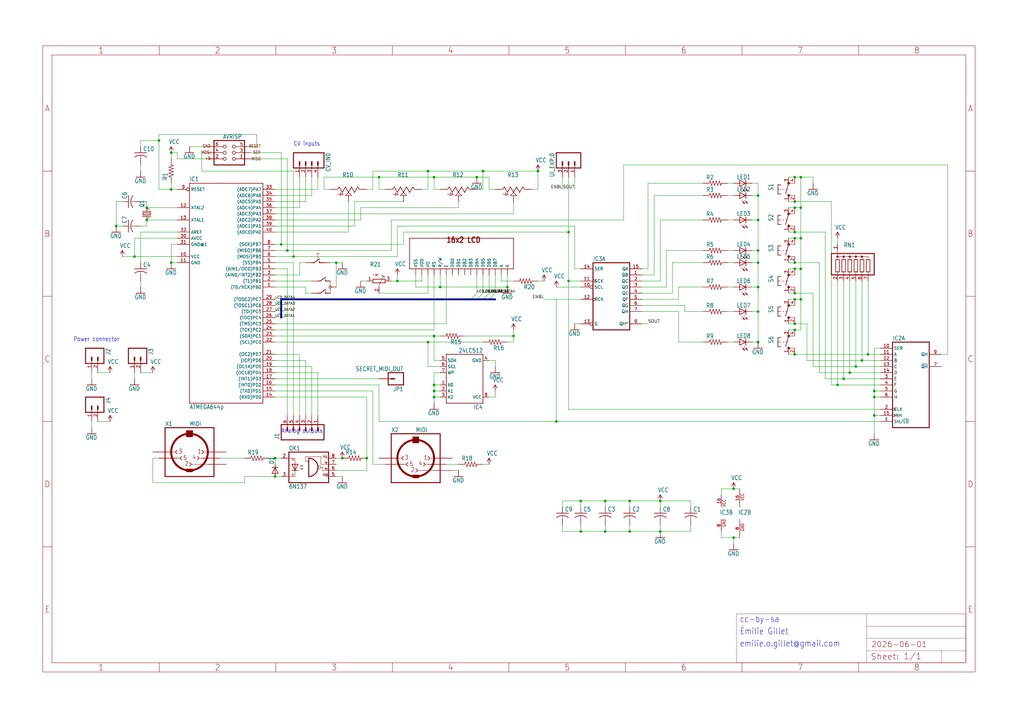
<source format=kicad_sch>
(kicad_sch (version 20231120) (generator "eeschema") (generator_version "8.0")
  (paper "User" 425.45 298.602)
  (junction (at 114.3 190.5))
  (junction (at 71.12 78.74))
  (junction (at 180.34 162.56))
  (junction (at 182.88 119.38))
  (junction (at 116.84 101.6))
  (junction (at 332.74 73.66))
  (junction (at 363.22 162.56))
  (junction (at 330.2 111.76))
  (junction (at 119.38 104.14))
  (junction (at 314.96 129.54))
  (junction (at 274.32 220.98))
  (junction (at 66.04 58.42))
  (junction (at 332.74 111.76))
  (junction (at 360.68 147.32))
  (junction (at 355.6 152.4))
  (junction (at 330.2 147.32))
  (junction (at 152.4 190.5))
  (junction (at 314.96 91.44))
  (junction (at 165.1 116.84))
  (junction (at 60.96 91.44))
  (junction (at 314.96 119.38))
  (junction (at 274.32 208.28))
  (junction (at 350.52 157.48))
  (junction (at 55.88 106.68))
  (junction (at 121.92 106.68))
  (junction (at 330.2 99.06))
  (junction (at 180.34 165.1))
  (junction (at 332.74 99.06))
  (junction (at 71.12 109.22))
  (junction (at 48.26 93.98))
  (junction (at 180.34 139.7))
  (junction (at 177.8 71.12))
  (junction (at 314.96 109.22))
  (junction (at 314.96 81.28))
  (junction (at 71.12 63.5))
  (junction (at 358.14 149.86))
  (junction (at 223.52 71.12))
  (junction (at 330.2 134.62))
  (junction (at 304.8 203.2))
  (junction (at 330.2 86.36))
  (junction (at 241.3 220.98))
  (junction (at 314.96 104.14))
  (junction (at 363.22 165.1))
  (junction (at 330.2 124.46))
  (junction (at 363.22 172.72))
  (junction (at 180.34 73.66))
  (junction (at 60.96 86.36))
  (junction (at 236.22 116.84))
  (junction (at 198.12 73.66))
  (junction (at 330.2 137.16))
  (junction (at 332.74 86.36))
  (junction (at 261.62 208.28))
  (junction (at 210.82 119.38))
  (junction (at 139.7 109.22))
  (junction (at 157.48 73.66))
  (junction (at 332.74 124.46))
  (junction (at 236.22 96.52))
  (junction (at 304.8 223.52))
  (junction (at 180.34 160.02))
  (junction (at 231.14 175.26))
  (junction (at 330.2 73.66))
  (junction (at 142.24 190.5))
  (junction (at 347.98 160.02))
  (junction (at 330.2 121.92))
  (junction (at 261.62 220.98))
  (junction (at 314.96 142.24))
  (junction (at 330.2 83.82))
  (junction (at 330.2 96.52))
  (junction (at 241.3 208.28))
  (junction (at 213.36 139.7))
  (junction (at 251.46 208.28))
  (junction (at 251.46 220.98))
  (junction (at 177.8 142.24))
  (junction (at 114.3 198.12))
  (junction (at 353.06 154.94))
  (junction (at 330.2 109.22))
  (junction (at 200.66 71.12))
  (bus_entry (at 203.2 121.92) (size -2.54 2.54))
  (bus_entry (at 205.74 121.92) (size -2.54 2.54))
  (bus_entry (at 114.3 127) (size 2.54 -2.54))
  (bus_entry (at 114.3 124.46) (size 2.54 2.54))
  (bus_entry (at 198.12 121.92) (size -2.54 2.54))
  (bus_entry (at 114.3 129.54) (size 2.54 -2.54))
  (bus_entry (at 200.66 121.92) (size -2.54 2.54))
  (bus_entry (at 114.3 132.08) (size 2.54 -2.54))
  (wire (pts (xy 152.4 195.58) (xy 152.4 190.5)) (stroke (width 0.1524)))
  (wire (pts (xy 101.6 198.12) (xy 114.3 198.12)) (stroke (width 0.1524)))
  (wire (pts (xy 198.12 73.66) (xy 203.2 73.66)) (stroke (width 0.1524)))
  (wire (pts (xy 167.64 101.6) (xy 167.64 96.52)) (stroke (width 0.1524)))
  (wire (pts (xy 114.3 154.94) (xy 132.08 154.94)) (stroke (width 0.1524)))
  (wire (pts (xy 337.82 121.92) (xy 337.82 152.4)) (stroke (width 0.1524)))
  (wire (pts (xy 177.8 142.24) (xy 200.66 142.24)) (stroke (width 0.1524)))
  (wire (pts (xy 279.4 109.22) (xy 292.1 109.22)) (stroke (width 0.1524)))
  (wire (pts (xy 71.12 78.74) (xy 71.12 76.2)) (stroke (width 0.1524)))
  (wire (pts (xy 284.48 127) (xy 284.48 129.54)) (stroke (width 0.1524)))
  (wire (pts (xy 157.48 160.02) (xy 157.48 175.26)) (stroke (width 0.1524)))
  (wire (pts (xy 231.14 124.46) (xy 241.3 124.46)) (stroke (width 0.1524)))
  (wire (pts (xy 152.4 190.5) (xy 152.4 165.1)) (stroke (width 0.1524)))
  (wire (pts (xy 147.32 93.98) (xy 147.32 83.82)) (stroke (width 0.1524)))
  (wire (pts (xy 66.04 78.74) (xy 71.12 78.74)) (stroke (width 0.1524)))
  (wire (pts (xy 312.42 104.14) (xy 314.96 104.14)) (stroke (width 0.1524)))
  (wire (pts (xy 238.76 93.98) (xy 238.76 111.76)) (stroke (width 0.1524)))
  (wire (pts (xy 119.38 111.76) (xy 119.38 172.72)) (stroke (width 0.1524)))
  (wire (pts (xy 261.62 208.28) (xy 274.32 208.28)) (stroke (width 0.1524)))
  (wire (pts (xy 302.26 119.38) (xy 304.8 119.38)) (stroke (width 0.1524)))
  (wire (pts (xy 55.88 154.94) (xy 55.88 157.48)) (stroke (width 0.1524)))
  (wire (pts (xy 114.3 78.74) (xy 132.08 78.74)) (stroke (width 0.1524)))
  (wire (pts (xy 241.3 134.62) (xy 238.76 134.62)) (stroke (width 0.1524)))
  (wire (pts (xy 281.94 142.24) (xy 292.1 142.24)) (stroke (width 0.1524)))
  (wire (pts (xy 304.8 223.52) (xy 307.34 223.52)) (stroke (width 0.1524)))
  (wire (pts (xy 185.42 193.04) (xy 190.5 193.04)) (stroke (width 0.1524)))
  (wire (pts (xy 121.92 71.12) (xy 121.92 106.68)) (stroke (width 0.1524)))
  (wire (pts (xy 182.88 152.4) (xy 177.8 152.4)) (stroke (width 0.1524)))
  (wire (pts (xy 55.88 99.06) (xy 55.88 106.68)) (stroke (width 0.1524)))
  (wire (pts (xy 50.8 83.82) (xy 48.26 83.82)) (stroke (width 0.1524)))
  (wire (pts (xy 172.72 114.3) (xy 172.72 119.38)) (stroke (width 0.1524)))
  (wire (pts (xy 274.32 91.44) (xy 292.1 91.44)) (stroke (width 0.1524)))
  (wire (pts (xy 114.3 81.28) (xy 129.54 81.28)) (stroke (width 0.1524)))
  (wire (pts (xy 60.96 91.44) (xy 73.66 91.44)) (stroke (width 0.1524)))
  (wire (pts (xy 261.62 220.98) (xy 251.46 220.98)) (stroke (width 0.1524)))
  (wire (pts (xy 200.66 71.12) (xy 177.8 71.12)) (stroke (width 0.1524)))
  (wire (pts (xy 162.56 91.44) (xy 259.08 91.44)) (stroke (width 0.1524)))
  (wire (pts (xy 182.88 160.02) (xy 180.34 160.02)) (stroke (width 0.1524)))
  (wire (pts (xy 350.52 157.48) (xy 350.52 116.84)) (stroke (width 0.1524)))
  (wire (pts (xy 332.74 86.36) (xy 332.74 99.06)) (stroke (width 0.1524)))
  (wire (pts (xy 363.22 144.78) (xy 365.76 144.78)) (stroke (width 0.1524)))
  (wire (pts (xy 251.46 210.82) (xy 251.46 208.28)) (stroke (width 0.1524)))
  (wire (pts (xy 287.02 220.98) (xy 287.02 218.44)) (stroke (width 0.1524)))
  (wire (pts (xy 220.98 78.74) (xy 223.52 78.74)) (stroke (width 0.1524)))
  (wire (pts (xy 58.42 68.58) (xy 58.42 71.12)) (stroke (width 0.1524)))
  (wire (pts (xy 55.88 106.68) (xy 73.66 106.68)) (stroke (width 0.1524)))
  (wire (pts (xy 350.52 157.48) (xy 365.76 157.48)) (stroke (width 0.1524)))
  (wire (pts (xy 50.8 106.68) (xy 55.88 106.68)) (stroke (width 0.1524)))
  (wire (pts (xy 149.86 91.44) (xy 149.86 86.36)) (stroke (width 0.1524)))
  (wire (pts (xy 332.74 137.16) (xy 332.74 124.46)) (stroke (width 0.1524)))
  (wire (pts (xy 393.7 147.32) (xy 391.16 147.32)) (stroke (width 0.1524)))
  (wire (pts (xy 114.3 162.56) (xy 154.94 162.56)) (stroke (width 0.1524)))
  (wire (pts (xy 236.22 96.52) (xy 236.22 73.66)) (stroke (width 0.1524)))
  (wire (pts (xy 114.3 160.02) (xy 157.48 160.02)) (stroke (width 0.1524)))
  (wire (pts (xy 365.76 165.1) (xy 363.22 165.1)) (stroke (width 0.1524)))
  (wire (pts (xy 330.2 134.62) (xy 335.28 134.62)) (stroke (width 0.1524)))
  (wire (pts (xy 180.34 139.7) (xy 182.88 139.7)) (stroke (width 0.1524)))
  (wire (pts (xy 365.76 162.56) (xy 363.22 162.56)) (stroke (width 0.1524)))
  (wire (pts (xy 114.3 147.32) (xy 124.46 147.32)) (stroke (width 0.1524)))
  (wire (pts (xy 330.2 109.22) (xy 327.66 109.22)) (stroke (width 0.1524)))
  (wire (pts (xy 347.98 116.84) (xy 347.98 160.02)) (stroke (width 0.1524)))
  (wire (pts (xy 114.3 119.38) (xy 127 119.38)) (stroke (width 0.1524)))
  (wire (pts (xy 58.42 116.84) (xy 58.42 119.38)) (stroke (width 0.1524)))
  (bus (pts (xy 198.12 124.46) (xy 200.66 124.46)) (stroke (width 0.762)))
  (wire (pts (xy 337.82 152.4) (xy 355.6 152.4)) (stroke (width 0.1524)))
  (wire (pts (xy 71.12 109.22) (xy 73.66 109.22)) (stroke (width 0.1524)))
  (wire (pts (xy 205.74 78.74) (xy 203.2 78.74)) (stroke (width 0.1524)))
  (wire (pts (xy 271.78 114.3) (xy 266.7 114.3)) (stroke (width 0.1524)))
  (wire (pts (xy 114.3 109.22) (xy 121.92 109.22)) (stroke (width 0.1524)))
  (wire (pts (xy 314.96 91.44) (xy 314.96 81.28)) (stroke (width 0.1524)))
  (wire (pts (xy 149.86 86.36) (xy 190.5 86.36)) (stroke (width 0.1524)))
  (wire (pts (xy 83.82 71.12) (xy 121.92 71.12)) (stroke (width 0.1524)))
  (wire (pts (xy 236.22 116.84) (xy 241.3 116.84)) (stroke (width 0.1524)))
  (wire (pts (xy 165.1 114.3) (xy 165.1 116.84)) (stroke (width 0.1524)))
  (wire (pts (xy 180.34 73.66) (xy 180.34 78.74)) (stroke (width 0.1524)))
  (wire (pts (xy 139.7 119.38) (xy 139.7 109.22)) (stroke (width 0.1524)))
  (wire (pts (xy 231.14 175.26) (xy 231.14 124.46)) (stroke (width 0.1524)))
  (wire (pts (xy 314.96 142.24) (xy 314.96 129.54)) (stroke (width 0.1524)))
  (wire (pts (xy 114.3 88.9) (xy 213.36 88.9)) (stroke (width 0.1524)))
  (wire (pts (xy 208.28 116.84) (xy 213.36 116.84)) (stroke (width 0.1524)))
  (wire (pts (xy 83.82 63.5) (xy 83.82 71.12)) (stroke (width 0.1524)))
  (wire (pts (xy 238.76 78.74) (xy 238.76 73.66)) (stroke (width 0.1524)))
  (wire (pts (xy 330.2 96.52) (xy 342.9 96.52)) (stroke (width 0.1524)))
  (bus (pts (xy 203.2 124.46) (xy 205.74 124.46)) (stroke (width 0.762)))
  (wire (pts (xy 330.2 121.92) (xy 327.66 121.92)) (stroke (width 0.1524)))
  (wire (pts (xy 180.34 154.94) (xy 180.34 160.02)) (stroke (width 0.1524)))
  (wire (pts (xy 149.86 116.84) (xy 152.4 116.84)) (stroke (width 0.1524)))
  (wire (pts (xy 342.9 96.52) (xy 342.9 157.48)) (stroke (width 0.1524)))
  (wire (pts (xy 114.3 116.84) (xy 129.54 116.84)) (stroke (width 0.1524)))
  (wire (pts (xy 63.5 200.66) (xy 63.5 190.5)) (stroke (width 0.1524)))
  (wire (pts (xy 312.42 81.28) (xy 314.96 81.28)) (stroke (width 0.1524)))
  (wire (pts (xy 38.1 154.94) (xy 38.1 157.48)) (stroke (width 0.1524)))
  (bus (pts (xy 200.66 124.46) (xy 203.2 124.46)) (stroke (width 0.762)))
  (wire (pts (xy 167.64 96.52) (xy 236.22 96.52)) (stroke (width 0.1524)))
  (wire (pts (xy 327.66 111.76) (xy 330.2 111.76)) (stroke (width 0.1524)))
  (wire (pts (xy 281.94 119.38) (xy 292.1 119.38)) (stroke (width 0.1524)))
  (wire (pts (xy 355.6 116.84) (xy 355.6 152.4)) (stroke (width 0.1524)))
  (wire (pts (xy 274.32 220.98) (xy 287.02 220.98)) (stroke (width 0.1524)))
  (wire (pts (xy 114.3 142.24) (xy 177.8 142.24)) (stroke (width 0.1524)))
  (wire (pts (xy 139.7 109.22) (xy 142.24 109.22)) (stroke (width 0.1524)))
  (wire (pts (xy 132.08 78.74) (xy 132.08 73.66)) (stroke (width 0.1524)))
  (wire (pts (xy 251.46 208.28) (xy 261.62 208.28)) (stroke (width 0.1524)))
  (wire (pts (xy 127 121.92) (xy 129.54 121.92)) (stroke (width 0.1524)))
  (wire (pts (xy 40.64 175.26) (xy 45.72 175.26)) (stroke (width 0.1524)))
  (wire (pts (xy 281.94 124.46) (xy 281.94 119.38)) (stroke (width 0.1524)))
  (wire (pts (xy 365.76 175.26) (xy 231.14 175.26)) (stroke (width 0.1524)))
  (wire (pts (xy 200.66 121.92) (xy 200.66 114.3)) (stroke (width 0.1524)))
  (bus (pts (xy 116.84 127) (xy 116.84 124.46)) (stroke (width 0.762)))
  (wire (pts (xy 114.3 149.86) (xy 127 149.86)) (stroke (width 0.1524)))
  (wire (pts (xy 152.4 78.74) (xy 154.94 78.74)) (stroke (width 0.1524)))
  (wire (pts (xy 335.28 149.86) (xy 358.14 149.86)) (stroke (width 0.1524)))
  (wire (pts (xy 114.3 134.62) (xy 185.42 134.62)) (stroke (width 0.1524)))
  (wire (pts (xy 58.42 96.52) (xy 73.66 96.52)) (stroke (width 0.1524)))
  (wire (pts (xy 327.66 73.66) (xy 330.2 73.66)) (stroke (width 0.1524)))
  (wire (pts (xy 114.3 83.82) (xy 127 83.82)) (stroke (width 0.1524)))
  (wire (pts (xy 190.5 86.36) (xy 190.5 83.82)) (stroke (width 0.1524)))
  (wire (pts (xy 327.66 137.16) (xy 330.2 137.16)) (stroke (width 0.1524)))
  (wire (pts (xy 330.2 109.22) (xy 340.36 109.22)) (stroke (width 0.1524)))
  (wire (pts (xy 180.34 160.02) (xy 180.34 162.56)) (stroke (width 0.1524)))
  (wire (pts (xy 48.26 93.98) (xy 48.26 83.82)) (stroke (width 0.1524)))
  (wire (pts (xy 137.16 109.22) (xy 139.7 109.22)) (stroke (width 0.1524)))
  (wire (pts (xy 114.3 139.7) (xy 180.34 139.7)) (stroke (width 0.1524)))
  (wire (pts (xy 335.28 134.62) (xy 335.28 149.86)) (stroke (width 0.1524)))
  (wire (pts (xy 327.66 147.32) (xy 330.2 147.32)) (stroke (width 0.1524)))
  (wire (pts (xy 119.38 66.04) (xy 119.38 104.14)) (stroke (width 0.1524)))
  (wire (pts (xy 121.92 106.68) (xy 165.1 106.68)) (stroke (width 0.1524)))
  (wire (pts (xy 363.22 162.56) (xy 363.22 165.1)) (stroke (width 0.1524)))
  (wire (pts (xy 312.42 129.54) (xy 314.96 129.54)) (stroke (width 0.1524)))
  (wire (pts (xy 312.42 119.38) (xy 314.96 119.38)) (stroke (width 0.1524)))
  (wire (pts (xy 327.66 83.82) (xy 330.2 83.82)) (stroke (width 0.1524)))
  (wire (pts (xy 180.34 73.66) (xy 198.12 73.66)) (stroke (width 0.1524)))
  (wire (pts (xy 182.88 165.1) (xy 180.34 165.1)) (stroke (width 0.1524)))
  (wire (pts (xy 266.7 134.62) (xy 269.24 134.62)) (stroke (width 0.1524)))
  (wire (pts (xy 91.44 190.5) (xy 101.6 190.5)) (stroke (width 0.1524)))
  (wire (pts (xy 73.66 63.5) (xy 71.12 63.5)) (stroke (width 0.1524)))
  (wire (pts (xy 45.72 154.94) (xy 40.64 154.94)) (stroke (width 0.1524)))
  (wire (pts (xy 266.7 121.92) (xy 279.4 121.92)) (stroke (width 0.1524)))
  (wire (pts (xy 365.76 172.72) (xy 363.22 172.72)) (stroke (width 0.1524)))
  (wire (pts (xy 182.88 119.38) (xy 210.82 119.38)) (stroke (width 0.1524)))
  (wire (pts (xy 147.32 83.82) (xy 167.64 83.82)) (stroke (width 0.1524)))
  (wire (pts (xy 330.2 86.36) (xy 332.74 86.36)) (stroke (width 0.1524)))
  (wire (pts (xy 213.36 142.24) (xy 213.36 139.7)) (stroke (width 0.1524)))
  (wire (pts (xy 312.42 76.2) (xy 314.96 76.2)) (stroke (width 0.1524)))
  (wire (pts (xy 360.68 147.32) (xy 365.76 147.32)) (stroke (width 0.1524)))
  (wire (pts (xy 299.72 205.74) (xy 299.72 203.2)) (stroke (width 0.1524)))
  (wire (pts (xy 276.86 104.14) (xy 292.1 104.14)) (stroke (width 0.1524)))
  (wire (pts (xy 266.7 119.38) (xy 276.86 119.38)) (stroke (width 0.1524)))
  (wire (pts (xy 302.26 76.2) (xy 304.8 76.2)) (stroke (width 0.1524)))
  (wire (pts (xy 114.3 152.4) (xy 129.54 152.4)) (stroke (width 0.1524)))
  (wire (pts (xy 330.2 73.66) (xy 332.74 73.66)) (stroke (width 0.1524)))
  (wire (pts (xy 58.42 60.96) (xy 58.42 58.42)) (stroke (width 0.1524)))
  (wire (pts (xy 104.14 63.5) (xy 116.84 63.5)) (stroke (width 0.1524)))
  (wire (pts (xy 124.46 147.32) (xy 124.46 172.72)) (stroke (width 0.1524)))
  (wire (pts (xy 114.3 165.1) (xy 152.4 165.1)) (stroke (width 0.1524)))
  (wire (pts (xy 165.1 93.98) (xy 238.76 93.98)) (stroke (width 0.1524)))
  (wire (pts (xy 127 149.86) (xy 127 172.72)) (stroke (width 0.1524)))
  (wire (pts (xy 187.96 195.58) (xy 190.5 195.58)) (stroke (width 0.1524)))
  (wire (pts (xy 137.16 78.74) (xy 134.62 78.74)) (stroke (width 0.1524)))
  (wire (pts (xy 312.42 91.44) (xy 314.96 91.44)) (stroke (width 0.1524)))
  (wire (pts (xy 353.06 116.84) (xy 353.06 154.94)) (stroke (width 0.1524)))
  (wire (pts (xy 114.3 111.76) (xy 119.38 111.76)) (stroke (width 0.1524)))
  (wire (pts (xy 203.2 165.1) (xy 205.74 165.1)) (stroke (width 0.1524)))
  (wire (pts (xy 210.82 142.24) (xy 213.36 142.24)) (stroke (width 0.1524)))
  (wire (pts (xy 111.76 190.5) (xy 114.3 190.5)) (stroke (width 0.1524)))
  (wire (pts (xy 330.2 99.06) (xy 332.74 99.06)) (stroke (width 0.1524)))
  (wire (pts (xy 287.02 208.28) (xy 287.02 210.82)) (stroke (width 0.1524)))
  (wire (pts (xy 205.74 121.92) (xy 205.74 114.3)) (stroke (width 0.1524)))
  (wire (pts (xy 200.66 78.74) (xy 200.66 71.12)) (stroke (width 0.1524)))
  (wire (pts (xy 314.96 119.38) (xy 314.96 109.22)) (stroke (width 0.1524)))
  (wire (pts (xy 134.62 73.66) (xy 157.48 73.66)) (stroke (width 0.1524)))
  (wire (pts (xy 162.56 104.14) (xy 119.38 104.14)) (stroke (width 0.1524)))
  (wire (pts (xy 124.46 114.3) (xy 124.46 109.22)) (stroke (width 0.1524)))
  (wire (pts (xy 393.7 68.58) (xy 393.7 147.32)) (stroke (width 0.1524)))
  (wire (pts (xy 271.78 114.3) (xy 271.78 81.28)) (stroke (width 0.1524)))
  (wire (pts (xy 241.3 208.28) (xy 251.46 208.28)) (stroke (width 0.1524)))
  (wire (pts (xy 139.7 198.12) (xy 142.24 198.12)) (stroke (width 0.1524)))
  (wire (pts (xy 114.3 193.04) (xy 114.3 190.5)) (stroke (width 0.1524)))
  (wire (pts (xy 269.24 76.2) (xy 292.1 76.2)) (stroke (width 0.1524)))
  (wire (pts (xy 106.68 55.88) (xy 66.04 55.88)) (stroke (width 0.1524)))
  (wire (pts (xy 330.2 147.32) (xy 360.68 147.32)) (stroke (width 0.1524)))
  (wire (pts (xy 38.1 175.26) (xy 38.1 177.8)) (stroke (width 0.1524)))
  (wire (pts (xy 134.62 78.74) (xy 134.62 73.66)) (stroke (width 0.1524)))
  (wire (pts (xy 236.22 96.52) (xy 236.22 116.84)) (stroke (width 0.1524)))
  (wire (pts (xy 314.96 81.28) (xy 314.96 76.2)) (stroke (width 0.1524)))
  (wire (pts (xy 182.88 149.86) (xy 180.34 149.86)) (stroke (width 0.1524)))
  (wire (pts (xy 180.34 162.56) (xy 180.34 165.1)) (stroke (width 0.1524)))
  (wire (pts (xy 160.02 78.74) (xy 157.48 78.74)) (stroke (width 0.1524)))
  (wire (pts (xy 332.74 73.66) (xy 332.74 86.36)) (stroke (width 0.1524)))
  (wire (pts (xy 144.78 96.52) (xy 114.3 96.52)) (stroke (width 0.1524)))
  (wire (pts (xy 266.7 111.76) (xy 269.24 111.76)) (stroke (width 0.1524)))
  (wire (pts (xy 330.2 121.92) (xy 337.82 121.92)) (stroke (width 0.1524)))
  (wire (pts (xy 71.12 63.5) (xy 71.12 66.04)) (stroke (width 0.1524)))
  (wire (pts (xy 58.42 93.98) (xy 60.96 93.98)) (stroke (width 0.1524)))
  (wire (pts (xy 104.14 66.04) (xy 119.38 66.04)) (stroke (width 0.1524)))
  (wire (pts (xy 86.36 63.5) (xy 83.82 63.5)) (stroke (width 0.1524)))
  (wire (pts (xy 304.8 81.28) (xy 302.26 81.28)) (stroke (width 0.1524)))
  (wire (pts (xy 241.3 220.98) (xy 241.3 218.44)) (stroke (width 0.1524)))
  (wire (pts (xy 116.84 101.6) (xy 114.3 101.6)) (stroke (width 0.1524)))
  (wire (pts (xy 241.3 119.38) (xy 231.14 119.38)) (stroke (width 0.1524)))
  (wire (pts (xy 73.66 78.74) (xy 71.12 78.74)) (stroke (width 0.1524)))
  (wire (pts (xy 281.94 129.54) (xy 281.94 142.24)) (stroke (width 0.1524)))
  (wire (pts (xy 50.8 93.98) (xy 48.26 93.98)) (stroke (width 0.1524)))
  (wire (pts (xy 213.36 139.7) (xy 213.36 137.16)) (stroke (width 0.1524)))
  (wire (pts (xy 231.14 124.46) (xy 226.06 124.46)) (stroke (width 0.1524)))
  (wire (pts (xy 330.2 96.52) (xy 327.66 96.52)) (stroke (width 0.1524)))
  (wire (pts (xy 358.14 149.86) (xy 365.76 149.86)) (stroke (width 0.1524)))
  (wire (pts (xy 157.48 157.48) (xy 114.3 157.48)) (stroke (width 0.1524)))
  (wire (pts (xy 162.56 91.44) (xy 162.56 104.14)) (stroke (width 0.1524)))
  (wire (pts (xy 302.26 129.54) (xy 304.8 129.54)) (stroke (width 0.1524)))
  (wire (pts (xy 205.74 165.1) (xy 205.74 162.56)) (stroke (width 0.1524)))
  (wire (pts (xy 119.38 104.14) (xy 114.3 104.14)) (stroke (width 0.1524)))
  (wire (pts (xy 58.42 109.22) (xy 58.42 96.52)) (stroke (width 0.1524)))
  (wire (pts (xy 347.98 99.06) (xy 347.98 101.6)) (stroke (width 0.1524)))
  (wire (pts (xy 73.66 86.36) (xy 60.96 86.36)) (stroke (width 0.1524)))
  (wire (pts (xy 330.2 83.82) (xy 345.44 83.82)) (stroke (width 0.1524)))
  (wire (pts (xy 314.96 129.54) (xy 314.96 119.38)) (stroke (width 0.1524)))
  (wire (pts (xy 121.92 106.68) (xy 114.3 106.68)) (stroke (width 0.1524)))
  (wire (pts (xy 276.86 119.38) (xy 276.86 104.14)) (stroke (width 0.1524)))
  (wire (pts (xy 114.3 91.44) (xy 149.86 91.44)) (stroke (width 0.1524)))
  (wire (pts (xy 73.66 99.06) (xy 55.88 99.06)) (stroke (width 0.1524)))
  (wire (pts (xy 236.22 170.18) (xy 365.76 170.18)) (stroke (width 0.1524)))
  (wire (pts (xy 302.26 91.44) (xy 304.8 91.44)) (stroke (width 0.1524)))
  (wire (pts (xy 233.68 210.82) (xy 233.68 208.28)) (stroke (width 0.1524)))
  (wire (pts (xy 175.26 116.84) (xy 175.26 114.3)) (stroke (width 0.1524)))
  (wire (pts (xy 302.26 109.22) (xy 304.8 109.22)) (stroke (width 0.1524)))
  (wire (pts (xy 180.34 165.1) (xy 180.34 167.64)) (stroke (width 0.1524)))
  (wire (pts (xy 330.2 134.62) (xy 327.66 134.62)) (stroke (width 0.1524)))
  (wire (pts (xy 223.52 78.74) (xy 223.52 71.12)) (stroke (width 0.1524)))
  (wire (pts (xy 332.74 124.46) (xy 330.2 124.46)) (stroke (width 0.1524)))
  (wire (pts (xy 60.96 83.82) (xy 60.96 86.36)) (stroke (width 0.1524)))
  (wire (pts (xy 63.5 200.66) (xy 101.6 200.66)) (stroke (width 0.1524)))
  (wire (pts (xy 60.96 93.98) (xy 60.96 91.44)) (stroke (width 0.1524)))
  (wire (pts (xy 182.88 162.56) (xy 180.34 162.56)) (stroke (width 0.1524)))
  (wire (pts (xy 330.2 124.46) (xy 327.66 124.46)) (stroke (width 0.1524)))
  (wire (pts (xy 198.12 121.92) (xy 198.12 114.3)) (stroke (width 0.1524)))
  (wire (pts (xy 269.24 111.76) (xy 269.24 76.2)) (stroke (width 0.1524)))
  (wire (pts (xy 124.46 86.36) (xy 124.46 73.66)) (stroke (width 0.1524)))
  (wire (pts (xy 71.12 101.6) (xy 71.12 109.22)) (stroke (width 0.1524)))
  (wire (pts (xy 203.2 149.86) (xy 205.74 149.86)) (stroke (width 0.1524)))
  (wire (pts (xy 304.8 203.2) (xy 307.34 203.2)) (stroke (width 0.1524)))
  (wire (pts (xy 58.42 83.82) (xy 60.96 83.82)) (stroke (width 0.1524)))
  (wire (pts (xy 302.26 104.14) (xy 304.8 104.14)) (stroke (width 0.1524)))
  (bus (pts (xy 195.58 124.46) (xy 198.12 124.46)) (stroke (width 0.762)))
  (wire (pts (xy 332.74 99.06) (xy 332.74 111.76)) (stroke (width 0.1524)))
  (wire (pts (xy 332.74 111.76) (xy 332.74 124.46)) (stroke (width 0.1524)))
  (wire (pts (xy 129.54 152.4) (xy 129.54 172.72)) (stroke (width 0.1524)))
  (wire (pts (xy 330.2 111.76) (xy 332.74 111.76)) (stroke (width 0.1524)))
  (wire (pts (xy 86.36 66.04) (xy 73.66 66.04)) (stroke (width 0.1524)))
  (wire (pts (xy 114.3 86.36) (xy 124.46 86.36)) (stroke (width 0.1524)))
  (wire (pts (xy 223.52 116.84) (xy 226.06 116.84)) (stroke (width 0.1524)))
  (wire (pts (xy 299.72 223.52) (xy 304.8 223.52)) (stroke (width 0.1524)))
  (wire (pts (xy 73.66 66.04) (xy 73.66 63.5)) (stroke (width 0.1524)))
  (wire (pts (xy 182.88 78.74) (xy 180.34 78.74)) (stroke (width 0.1524)))
  (wire (pts (xy 332.74 73.66) (xy 337.82 73.66)) (stroke (width 0.1524)))
  (wire (pts (xy 363.22 172.72) (xy 363.22 180.34)) (stroke (width 0.1524)))
  (bus (pts (xy 116.84 124.46) (xy 195.58 124.46)) (stroke (width 0.762)))
  (wire (pts (xy 66.04 58.42) (xy 66.04 78.74)) (stroke (width 0.1524)))
  (wire (pts (xy 132.08 154.94) (xy 132.08 172.72)) (stroke (width 0.1524)))
  (wire (pts (xy 205.74 149.86) (xy 205.74 152.4)) (stroke (width 0.1524)))
  (wire (pts (xy 342.9 157.48) (xy 350.52 157.48)) (stroke (width 0.1524)))
  (wire (pts (xy 345.44 83.82) (xy 345.44 160.02)) (stroke (width 0.1524)))
  (wire (pts (xy 127 83.82) (xy 127 73.66)) (stroke (width 0.1524)))
  (wire (pts (xy 144.78 83.82) (xy 144.78 96.52)) (stroke (width 0.1524)))
  (wire (pts (xy 139.7 195.58) (xy 152.4 195.58)) (stroke (width 0.1524)))
  (wire (pts (xy 180.34 137.16) (xy 180.34 114.3)) (stroke (width 0.1524)))
  (wire (pts (xy 157.48 121.92) (xy 177.8 121.92)) (stroke (width 0.1524)))
  (wire (pts (xy 238.76 111.76) (xy 241.3 111.76)) (stroke (width 0.1524)))
  (wire (pts (xy 261.62 220.98) (xy 261.62 218.44)) (stroke (width 0.1524)))
  (wire (pts (xy 154.94 193.04) (xy 154.94 162.56)) (stroke (width 0.1524)))
  (wire (pts (xy 299.72 220.98) (xy 299.72 223.52)) (stroke (width 0.1524)))
  (wire (pts (xy 312.42 109.22) (xy 314.96 109.22)) (stroke (width 0.1524)))
  (wire (pts (xy 104.14 60.96) (xy 106.68 60.96)) (stroke (width 0.1524)))
  (wire (pts (xy 327.66 99.06) (xy 330.2 99.06)) (stroke (width 0.1524)))
  (wire (pts (xy 213.36 88.9) (xy 213.36 83.82)) (stroke (width 0.1524)))
  (wire (pts (xy 274.32 210.82) (xy 274.32 208.28)) (stroke (width 0.1524)))
  (wire (pts (xy 266.7 129.54) (xy 281.94 129.54)) (stroke (width 0.1524)))
  (wire (pts (xy 116.84 101.6) (xy 167.64 101.6)) (stroke (width 0.1524)))
  (wire (pts (xy 266.7 127) (xy 284.48 127)) (stroke (width 0.1524)))
  (wire (pts (xy 259.08 68.58) (xy 393.7 68.58)) (stroke (width 0.1524)))
  (wire (pts (xy 193.04 139.7) (xy 213.36 139.7)) (stroke (width 0.1524)))
  (wire (pts (xy 304.8 223.52) (xy 304.8 226.06)) (stroke (width 0.1524)))
  (wire (pts (xy 200.66 193.04) (xy 203.2 193.04)) (stroke (width 0.1524)))
  (wire (pts (xy 330.2 137.16) (xy 332.74 137.16)) (stroke (width 0.1524)))
  (wire (pts (xy 162.56 116.84) (xy 165.1 116.84)) (stroke (width 0.1524)))
  (wire (pts (xy 251.46 220.98) (xy 251.46 218.44)) (stroke (width 0.1524)))
  (wire (pts (xy 177.8 121.92) (xy 177.8 114.3)) (stroke (width 0.1524)))
  (wire (pts (xy 274.32 208.28) (xy 287.02 208.28)) (stroke (width 0.1524)))
  (wire (pts (xy 73.66 101.6) (xy 71.12 101.6)) (stroke (width 0.1524)))
  (wire (pts (xy 274.32 220.98) (xy 261.62 220.98)) (stroke (width 0.1524)))
  (wire (pts (xy 172.72 119.38) (xy 182.88 119.38)) (stroke (width 0.1524)))
  (wire (pts (xy 129.54 81.28) (xy 129.54 73.66)) (stroke (width 0.1524)))
  (wire (pts (xy 266.7 116.84) (xy 274.32 116.84)) (stroke (width 0.1524)))
  (wire (pts (xy 208.28 114.3) (xy 208.28 116.84)) (stroke (width 0.1524)))
  (wire (pts (xy 312.42 142.24) (xy 314.96 142.24)) (stroke (width 0.1524)))
  (wire (pts (xy 114.3 114.3) (xy 124.46 114.3)) (stroke (width 0.1524)))
  (wire (pts (xy 160.02 193.04) (xy 154.94 193.04)) (stroke (width 0.1524)))
  (wire (pts (xy 355.6 152.4) (xy 365.76 152.4)) (stroke (width 0.1524)))
  (wire (pts (xy 106.68 60.96) (xy 106.68 55.88)) (stroke (width 0.1524)))
  (wire (pts (xy 114.3 93.98) (xy 147.32 93.98)) (stroke (width 0.1524)))
  (wire (pts (xy 185.42 134.62) (xy 185.42 114.3)) (stroke (width 0.1524)))
  (wire (pts (xy 175.26 78.74) (xy 177.8 78.74)) (stroke (width 0.1524)))
  (wire (pts (xy 116.84 63.5) (xy 116.84 101.6)) (stroke (width 0.1524)))
  (wire (pts (xy 157.48 73.66) (xy 157.48 78.74)) (stroke (width 0.1524)))
  (wire (pts (xy 124.46 109.22) (xy 127 109.22)) (stroke (width 0.1524)))
  (wire (pts (xy 233.68 220.98) (xy 241.3 220.98)) (stroke (width 0.1524)))
  (wire (pts (xy 363.22 165.1) (xy 363.22 172.72)) (stroke (width 0.1524)))
  (wire (pts (xy 180.34 137.16) (xy 114.3 137.16)) (stroke (width 0.1524)))
  (wire (pts (xy 177.8 78.74) (xy 177.8 71.12)) (stroke (width 0.1524)))
  (wire (pts (xy 157.48 73.66) (xy 180.34 73.66)) (stroke (width 0.1524)))
  (wire (pts (xy 345.44 160.02) (xy 347.98 160.02)) (stroke (width 0.1524)))
  (wire (pts (xy 233.68 208.28) (xy 241.3 208.28)) (stroke (width 0.1524)))
  (wire (pts (xy 127 119.38) (xy 127 121.92)) (stroke (width 0.1524)))
  (wire (pts (xy 274.32 218.44) (xy 274.32 220.98)) (stroke (width 0.1524)))
  (wire (pts (xy 233.68 218.44) (xy 233.68 220.98)) (stroke (width 0.1524)))
  (wire (pts (xy 203.2 73.66) (xy 203.2 78.74)) (stroke (width 0.1524)))
  (wire (pts (xy 78.74 60.96) (xy 86.36 60.96)) (stroke (width 0.1524)))
  (wire (pts (xy 58.42 154.94) (xy 63.5 154.94)) (stroke (width 0.1524)))
  (wire (pts (xy 241.3 210.82) (xy 241.3 208.28)) (stroke (width 0.1524)))
  (wire (pts (xy 363.22 162.56) (xy 363.22 144.78)) (stroke (width 0.1524)))
  (wire (pts (xy 314.96 104.14) (xy 314.96 91.44)) (stroke (width 0.1524)))
  (wire (pts (xy 114.3 198.12) (xy 116.84 198.12)) (stroke (width 0.1524)))
  (wire (pts (xy 165.1 116.84) (xy 175.26 116.84)) (stroke (width 0.1524)))
  (wire (pts (xy 279.4 121.92) (xy 279.4 109.22)) (stroke (width 0.1524)))
  (wire (pts (xy 337.82 76.2) (xy 337.82 73.66)) (stroke (width 0.1524)))
  (bus (pts (xy 116.84 132.08) (xy 116.84 129.54)) (stroke (width 0.762)))
  (wire (pts (xy 302.26 142.24) (xy 304.8 142.24)) (stroke (width 0.1524)))
  (wire (pts (xy 121.92 109.22) (xy 121.92 172.72)) (stroke (width 0.1524)))
  (wire (pts (xy 182.88 114.3) (xy 182.88 119.38)) (stroke (width 0.1524)))
  (wire (pts (xy 358.14 116.84) (xy 358.14 149.86)) (stroke (width 0.1524)))
  (wire (pts (xy 314.96 109.22) (xy 314.96 104.14)) (stroke (width 0.1524)))
  (wire (pts (xy 353.06 154.94) (xy 365.76 154.94)) (stroke (width 0.1524)))
  (wire (pts (xy 340.36 154.94) (xy 353.06 154.94)) (stroke (width 0.1524)))
  (wire (pts (xy 241.3 220.98) (xy 251.46 220.98)) (stroke (width 0.1524)))
  (wire (pts (xy 157.48 175.26) (xy 231.14 175.26)) (stroke (width 0.1524)))
  (wire (pts (xy 271.78 81.28) (xy 292.1 81.28)) (stroke (width 0.1524)))
  (wire (pts (xy 299.72 203.2) (xy 304.8 203.2)) (stroke (width 0.1524)))
  (wire (pts (xy 210.82 114.3) (xy 210.82 119.38)) (stroke (width 0.1524)))
  (wire (pts (xy 177.8 71.12) (xy 154.94 71.12)) (stroke (width 0.1524)))
  (wire (pts (xy 165.1 106.68) (xy 165.1 93.98)) (stroke (width 0.1524)))
  (wire (pts (xy 101.6 200.66) (xy 101.6 198.12)) (stroke (width 0.1524)))
  (wire (pts (xy 66.04 55.88) (xy 66.04 58.42)) (stroke (width 0.1524)))
  (wire (pts (xy 360.68 116.84) (xy 360.68 147.32)) (stroke (width 0.1524)))
  (wire (pts (xy 261.62 210.82) (xy 261.62 208.28)) (stroke (width 0.1524)))
  (wire (pts (xy 259.08 91.44) (xy 259.08 68.58)) (stroke (width 0.1524)))
  (bus (pts (xy 116.84 129.54) (xy 116.84 127)) (stroke (width 0.762)))
  (wire (pts (xy 139.7 190.5) (xy 142.24 190.5)) (stroke (width 0.1524)))
  (wire (pts (xy 236.22 116.84) (xy 236.22 170.18)) (stroke (width 0.1524)))
  (wire (pts (xy 266.7 124.46) (xy 281.94 124.46)) (stroke (width 0.1524)))
  (wire (pts (xy 177.8 152.4) (xy 177.8 142.24)) (stroke (width 0.1524)))
  (wire (pts (xy 347.98 160.02) (xy 365.76 160.02)) (stroke (width 0.1524)))
  (wire (pts (xy 203.2 121.92) (xy 203.2 114.3)) (stroke (width 0.1524)))
  (wire (pts (xy 284.48 129.54) (xy 292.1 129.54)) (stroke (width 0.1524)))
  (wire (pts (xy 58.42 58.42) (xy 66.04 58.42)) (stroke (width 0.1524)))
  (wire (pts (xy 274.32 116.84) (xy 274.32 91.44)) (stroke (width 0.1524)))
  (wire (pts (xy 180.34 149.86) (xy 180.34 139.7)) (stroke (width 0.1524)))
  (wire (pts (xy 198.12 78.74) (xy 200.66 78.74)) (stroke (width 0.1524)))
  (wire (pts (xy 340.36 109.22) (xy 340.36 154.94)) (stroke (width 0.1524)))
  (wire (pts (xy 154.94 78.74) (xy 154.94 71.12)) (stroke (width 0.1524)))
  (wire (pts (xy 327.66 86.36) (xy 330.2 86.36)) (stroke (width 0.1524)))
  (wire (pts (xy 63.5 190.5) (xy 66.04 190.5)) (stroke (width 0.1524)))
  (wire (pts (xy 114.3 190.5) (xy 116.84 190.5)) (stroke (width 0.1524)))
  (wire (pts (xy 233.68 73.66) (xy 233.68 78.74)) (stroke (width 0.1524)))
  (wire (pts (xy 223.52 71.12) (xy 200.66 71.12)) (stroke (width 0.1524)))
  (wire (pts (xy 182.88 154.94) (xy 180.34 154.94)) (stroke (width 0.1524)))
  (text "Émilie Gillet" (at 307.34 264.16 0) (effects (font (size 2.54 2.159)) (justify left bottom)))
  (text "Power connector" (at 30.48 142.24 0) (effects (font (size 1.778 1.5113)) (justify left bottom)))
  (text "cc-by-sa" (at 307.34 259.08 0) (effects (font (size 2.54 2.159)) (justify left bottom)))
  (text "emilie.o.gillet@gmail.com" (at 307.34 269.24 0) (effects (font (size 2.54 2.159)) (justify left bottom)))
  (text "Analog outputs" (at 116.84 180.34 0) (effects (font (size 1.778 1.5113)) (justify left bottom)))
  (text "CV inputs" (at 121.92 60.96 0) (effects (font (size 1.778 1.5113)) (justify left bottom)))
  (label "SOUT" (at 238.76 78.74 180) (effects (font (size 1.2446 1.2446))))
  (label "ENBL" (at 233.68 78.74 180) (effects (font (size 1.2446 1.2446))))
  (label "LCD_DATA1" (at 114.3 132.08 0) (effects (font (size 1.016 1.016))))
  (label "LCD_DATA2" (at 200.66 121.92 0) (effects (font (size 1.016 1.016))))
  (label "SOUT" (at 269.24 134.62 0) (effects (font (size 1.2446 1.2446))))
  (label "LCD_DATA3" (at 203.2 121.92 0) (effects (font (size 1.016 1.016))))
  (label "LCD_DATA4" (at 114.3 124.46 0) (effects (font (size 1.016 1.016))))
  (label "ENBL" (at 226.06 124.46 180) (effects (font (size 1.2446 1.2446))))
  (label "LCD_DATA1" (at 198.12 121.92 0) (effects (font (size 1.016 1.016))))
  (label "LCD_DATA3" (at 114.3 127 0) (effects (font (size 1.016 1.016))))
  (label "LCD_DATA4" (at 205.74 121.92 0) (effects (font (size 1.016 1.016))))
  (label "LCD_DATA2" (at 114.3 129.54 0) (effects (font (size 1.016 1.016))))
  (symbol (lib_id "Shruthi-Digital-v08_midnight-eagle-import:GND") (at 38.1 160.02 0) (unit 1)
    (property "Reference" "#GND5" (effects (hide yes)))
    (property "Value" "GND" (at 35.56 162.56 0) (effects (font (size 1.778 1.5113)) (justify left bottom)))
  )
  (symbol (lib_id "Shruthi-Digital-v08_midnight-eagle-import:R-US_0204/7") (at 297.18 109.22 0) (unit 1)
    (property "Reference" "R6" (at 293.37 107.7214 0) (effects (font (size 1.778 1.5113)) (justify left bottom)))
    (property "Value" "R-US_0204/7" (effects (hide yes)))
    (property "Footprint" "Shruthi-Digital-v08_midnight:0204_7" (effects (hide yes)))
  )
  (symbol (lib_id "Shruthi-Digital-v08_midnight-eagle-import:C-US025-024X044") (at 251.46 213.36 0) (unit 1)
    (property "Reference" "C3" (at 252.476 212.725 0) (effects (font (size 1.778 1.5113)) (justify left bottom)))
    (property "Value" "C-US025-024X044" (effects (hide yes)))
    (property "Footprint" "Shruthi-Digital-v08_midnight:C025-024X044" (effects (hide yes)))
  )
  (symbol (lib_id "Shruthi-Digital-v08_midnight-eagle-import:G06R") (at 355.6 111.76 0) (unit 1)
    (property "Reference" "RN1" (at 350.52 102.87 0) (effects (font (size 1.778 1.5113)) (justify left bottom)))
    (property "Value" "G06R" (effects (hide yes)))
    (property "Footprint" "Shruthi-Digital-v08_midnight:SIL7" (effects (hide yes)))
  )
  (symbol (lib_id "Shruthi-Digital-v08_midnight-eagle-import:LED3MM") (at 307.34 104.14 90) (unit 1)
    (property "Reference" "LED4" (at 311.912 100.584 90) (effects (font (size 1.778 1.5113)) (justify left bottom)))
    (property "Value" "LED3MM" (effects (hide yes)))
    (property "Footprint" "Shruthi-Digital-v08_midnight:LED3MM" (effects (hide yes)))
  )
  (symbol (lib_id "Shruthi-Digital-v08_midnight-eagle-import:AVR_SPI_PRG_6PTH") (at 96.52 63.5 180) (unit 1)
    (property "Reference" "U1" (effects (hide yes)))
    (property "Value" "AVRISP" (at 100.584 55.88 0) (effects (font (size 1.778 1.5113)) (justify left bottom)))
    (property "Footprint" "Shruthi-Digital-v08_midnight:2X3" (effects (hide yes)))
  )
  (symbol (lib_id "Shruthi-Digital-v08_midnight-eagle-import:C-US025-024X044") (at 53.34 83.82 90) (unit 1)
    (property "Reference" "C6" (at 52.705 82.804 0) (effects (font (size 1.778 1.5113)) (justify left bottom)))
    (property "Value" "C-US025-024X044" (effects (hide yes)))
    (property "Footprint" "Shruthi-Digital-v08_midnight:C025-024X044" (effects (hide yes)))
  )
  (symbol (lib_id "Shruthi-Digital-v08_midnight-eagle-import:GND") (at 71.12 111.76 0) (unit 1)
    (property "Reference" "#GND13" (effects (hide yes)))
    (property "Value" "GND" (at 68.58 114.3 0) (effects (font (size 1.778 1.5113)) (justify left bottom)))
  )
  (symbol (lib_id "Shruthi-Digital-v08_midnight-eagle-import:POT_US") (at 144.78 78.74 270) (unit 1)
    (property "Reference" "R10" (at 142.24 73.66 90) (effects (font (size 1.778 1.5113)) (justify left bottom)))
    (property "Value" "POT_US" (effects (hide yes)))
    (property "Footprint" "Shruthi-Digital-v08_midnight:ALPS_POT_SFE" (effects (hide yes)))
  )
  (symbol (lib_id "Shruthi-Digital-v08_midnight-eagle-import:LED3MM") (at 307.34 129.54 90) (unit 1)
    (property "Reference" "LED7" (at 311.912 125.984 90) (effects (font (size 1.778 1.5113)) (justify left bottom)))
    (property "Value" "LED3MM" (effects (hide yes)))
    (property "Footprint" "Shruthi-Digital-v08_midnight:LED3MM" (effects (hide yes)))
  )
  (symbol (lib_id "Shruthi-Digital-v08_midnight-eagle-import:R-US_0204/7") (at 297.18 142.24 0) (unit 1)
    (property "Reference" "R9" (at 293.37 140.7414 0) (effects (font (size 1.778 1.5113)) (justify left bottom)))
    (property "Value" "R-US_0204/7" (effects (hide yes)))
    (property "Footprint" "Shruthi-Digital-v08_midnight:0204_7" (effects (hide yes)))
  )
  (symbol (lib_id "Shruthi-Digital-v08_midnight-eagle-import:40-XX") (at 327.66 129.54 0) (mirror x) (unit 1)
    (property "Reference" "S5" (at 321.31 127 90) (effects (font (size 1.778 1.5113)) (justify left bottom)))
    (property "Value" "40-XX" (effects (hide yes)))
    (property "Footprint" "Shruthi-Digital-v08_midnight:B3F-40XX" (effects (hide yes)))
  )
  (symbol (lib_id "Shruthi-Digital-v08_midnight-eagle-import:40-XX") (at 327.66 142.24 0) (mirror x) (unit 1)
    (property "Reference" "S6" (at 321.31 139.7 90) (effects (font (size 1.778 1.5113)) (justify left bottom)))
    (property "Value" "40-XX" (effects (hide yes)))
    (property "Footprint" "Shruthi-Digital-v08_midnight:B3F-40XX" (effects (hide yes)))
  )
  (symbol (lib_id "Shruthi-Digital-v08_midnight-eagle-import:A3L-LOC") (at 17.78 279.4 0) (unit 1)
    (property "Reference" "#FRAME1" (effects (hide yes)))
    (property "Value" "A3L-LOC" (effects (hide yes)))
  )
  (symbol (lib_id "Shruthi-Digital-v08_midnight-eagle-import:GND") (at 58.42 121.92 0) (unit 1)
    (property "Reference" "#GND17" (effects (hide yes)))
    (property "Value" "GND" (at 55.88 124.46 0) (effects (font (size 1.778 1.5113)) (justify left bottom)))
  )
  (symbol (lib_id "Shruthi-Digital-v08_midnight-eagle-import:VCC") (at 71.12 63.5 0) (unit 1)
    (property "Reference" "#P+2" (effects (hide yes)))
    (property "Value" "VCC" (at 70.104 59.944 0) (effects (font (size 1.778 1.5113)) (justify left bottom)))
  )
  (symbol (lib_id "Shruthi-Digital-v08_midnight-eagle-import:R-US_0204/7") (at 297.18 119.38 0) (unit 1)
    (property "Reference" "R7" (at 293.37 117.8814 0) (effects (font (size 1.778 1.5113)) (justify left bottom)))
    (property "Value" "R-US_0204/7" (effects (hide yes)))
    (property "Footprint" "Shruthi-Digital-v08_midnight:0204_7" (effects (hide yes)))
  )
  (symbol (lib_id "Shruthi-Digital-v08_midnight-eagle-import:GND") (at 337.82 78.74 0) (unit 1)
    (property "Reference" "#GND2" (effects (hide yes)))
    (property "Value" "GND" (at 335.28 81.28 0) (effects (font (size 1.778 1.5113)) (justify left bottom)))
  )
  (symbol (lib_id "Shruthi-Digital-v08_midnight-eagle-import:GND") (at 238.76 137.16 0) (unit 1)
    (property "Reference" "#GND6" (effects (hide yes)))
    (property "Value" "GND" (at 236.22 139.7 0) (effects (font (size 1.778 1.5113)) (justify left bottom)))
  )
  (symbol (lib_id "Shruthi-Digital-v08_midnight-eagle-import:GND") (at 149.86 119.38 0) (unit 1)
    (property "Reference" "#GND9" (effects (hide yes)))
    (property "Value" "GND" (at 147.32 121.92 0) (effects (font (size 1.778 1.5113)) (justify left bottom)))
  )
  (symbol (lib_id "Shruthi-Digital-v08_midnight-eagle-import:POT_US") (at 190.5 78.74 270) (unit 1)
    (property "Reference" "R12" (at 187.96 73.66 90) (effects (font (size 1.778 1.5113)) (justify left bottom)))
    (property "Value" "POT_US" (effects (hide yes)))
    (property "Footprint" "Shruthi-Digital-v08_midnight:ALPS_POT_SFE" (effects (hide yes)))
  )
  (symbol (lib_id "Shruthi-Digital-v08_midnight-eagle-import:VCC") (at 165.1 114.3 0) (unit 1)
    (property "Reference" "#P+8" (effects (hide yes)))
    (property "Value" "VCC" (at 164.084 110.744 0) (effects (font (size 1.778 1.5113)) (justify left bottom)))
  )
  (symbol (lib_id "Shruthi-Digital-v08_midnight-eagle-import:M03PTH") (at 236.22 66.04 90) (mirror x) (unit 1)
    (property "Reference" "UI_EXP.0" (at 230.378 63.5 0) (effects (font (size 1.778 1.5113)) (justify left bottom)))
    (property "Value" "M03PTH" (effects (hide yes)))
    (property "Footprint" "Shruthi-Digital-v08_midnight:1X03" (effects (hide yes)))
  )
  (symbol (lib_id "Shruthi-Digital-v08_midnight-eagle-import:POT_US") (at 213.36 78.74 270) (unit 1)
    (property "Reference" "R13" (at 210.82 73.66 90) (effects (font (size 1.778 1.5113)) (justify left bottom)))
    (property "Value" "POT_US" (effects (hide yes)))
    (property "Footprint" "Shruthi-Digital-v08_midnight:ALPS_POT_SFE" (effects (hide yes)))
  )
  (symbol (lib_id "Shruthi-Digital-v08_midnight-eagle-import:R-US_0204/7") (at 297.18 129.54 0) (unit 1)
    (property "Reference" "R8" (at 293.37 128.0414 0) (effects (font (size 1.778 1.5113)) (justify left bottom)))
    (property "Value" "R-US_0204/7" (effects (hide yes)))
    (property "Footprint" "Shruthi-Digital-v08_midnight:0204_7" (effects (hide yes)))
  )
  (symbol (lib_id "Shruthi-Digital-v08_midnight-eagle-import:GND") (at 55.88 160.02 0) (unit 1)
    (property "Reference" "#GND20" (effects (hide yes)))
    (property "Value" "GND" (at 53.34 162.56 0) (effects (font (size 1.778 1.5113)) (justify left bottom)))
  )
  (symbol (lib_id "Shruthi-Digital-v08_midnight-eagle-import:R-US_0204/7") (at 205.74 142.24 180) (unit 1)
    (property "Reference" "R16" (at 209.55 143.7386 0) (effects (font (size 1.778 1.5113)) (justify left bottom)))
    (property "Value" "R-US_0204/7" (effects (hide yes)))
    (property "Footprint" "Shruthi-Digital-v08_midnight:0204_7" (effects (hide yes)))
  )
  (symbol (lib_id "Shruthi-Digital-v08_midnight-eagle-import:LED3MM") (at 307.34 76.2 90) (unit 1)
    (property "Reference" "LED1" (at 311.912 72.644 90) (effects (font (size 1.778 1.5113)) (justify left bottom)))
    (property "Value" "LED3MM" (effects (hide yes)))
    (property "Footprint" "Shruthi-Digital-v08_midnight:LED3MM" (effects (hide yes)))
  )
  (symbol (lib_id "Shruthi-Digital-v08_midnight-eagle-import:GND") (at 363.22 182.88 0) (unit 1)
    (property "Reference" "#GND8" (effects (hide yes)))
    (property "Value" "GND" (at 360.68 185.42 0) (effects (font (size 1.778 1.5113)) (justify left bottom)))
  )
  (symbol (lib_id "Shruthi-Digital-v08_midnight-eagle-import:CRYSTALHC49U-V") (at 60.96 88.9 90) (unit 1)
    (property "Reference" "Q1" (at 59.944 86.36 0) (effects (font (size 1.778 1.5113)) (justify left bottom)))
    (property "Value" "CRYSTALHC49U-V" (effects (hide yes)))
    (property "Footprint" "Shruthi-Digital-v08_midnight:HC49U-V" (effects (hide yes)))
  )
  (symbol (lib_id "Shruthi-Digital-v08_midnight-eagle-import:74595N") (at 254 121.92 0) (unit 1)
    (property "Reference" "IC3" (at 246.38 108.585 0) (effects (font (size 1.778 1.5113)) (justify left bottom)))
    (property "Value" "74595N" (effects (hide yes)))
    (property "Footprint" "Shruthi-Digital-v08_midnight:DIL16" (effects (hide yes)))
  )
  (symbol (lib_id "Shruthi-Digital-v08_midnight-eagle-import:GND") (at 142.24 200.66 0) (unit 1)
    (property "Reference" "#GND12" (effects (hide yes)))
    (property "Value" "GND" (at 139.7 203.2 0) (effects (font (size 1.778 1.5113)) (justify left bottom)))
  )
  (symbol (lib_id "Shruthi-Digital-v08_midnight-eagle-import:VCC") (at 213.36 137.16 0) (unit 1)
    (property "Reference" "#P+14" (effects (hide yes)))
    (property "Value" "VCC" (at 212.344 133.604 0) (effects (font (size 1.778 1.5113)) (justify left bottom)))
  )
  (symbol (lib_id "Shruthi-Digital-v08_midnight-eagle-import:VCC") (at 274.32 208.28 0) (unit 1)
    (property "Reference" "#P+11" (effects (hide yes)))
    (property "Value" "VCC" (at 273.304 204.724 0) (effects (font (size 1.778 1.5113)) (justify left bottom)))
  )
  (symbol (lib_id "Shruthi-Digital-v08_midnight-eagle-import:GND") (at 205.74 154.94 0) (unit 1)
    (property "Reference" "#GND18" (effects (hide yes)))
    (property "Value" "GND" (at 203.2 157.48 0) (effects (font (size 1.778 1.5113)) (justify left bottom)))
  )
  (symbol (lib_id "Shruthi-Digital-v08_midnight-eagle-import:GND") (at 314.96 144.78 0) (unit 1)
    (property "Reference" "#GND7" (effects (hide yes)))
    (property "Value" "GND" (at 312.42 147.32 0) (effects (font (size 1.778 1.5113)) (justify left bottom)))
  )
  (symbol (lib_id "Shruthi-Digital-v08_midnight-eagle-import:C-US025-024X044") (at 274.32 213.36 0) (unit 1)
    (property "Reference" "C8" (at 275.336 212.725 0) (effects (font (size 1.778 1.5113)) (justify left bottom)))
    (property "Value" "C-US025-024X044" (effects (hide yes)))
    (property "Footprint" "Shruthi-Digital-v08_midnight:C025-024X044" (effects (hide yes)))
  )
  (symbol (lib_id "Shruthi-Digital-v08_midnight-eagle-import:R-US_0204/7") (at 106.68 190.5 0) (unit 1)
    (property "Reference" "R19" (at 102.87 189.0014 0) (effects (font (size 1.778 1.5113)) (justify left bottom)))
    (property "Value" "R-US_0204/7" (effects (hide yes)))
    (property "Footprint" "Shruthi-Digital-v08_midnight:0204_7" (effects (hide yes)))
  )
  (symbol (lib_id "Shruthi-Digital-v08_midnight-eagle-import:C-US025-024X044") (at 241.3 213.36 0) (unit 1)
    (property "Reference" "C5" (at 242.316 212.725 0) (effects (font (size 1.778 1.5113)) (justify left bottom)))
    (property "Value" "C-US025-024X044" (effects (hide yes)))
    (property "Footprint" "Shruthi-Digital-v08_midnight:C025-024X044" (effects (hide yes)))
  )
  (symbol (lib_id "Shruthi-Digital-v08_midnight-eagle-import:C-US025-024X044") (at 58.42 63.5 0) (unit 1)
    (property "Reference" "C10" (at 59.436 62.865 0) (effects (font (size 1.778 1.5113)) (justify left bottom)))
    (property "Value" "C-US025-024X044" (effects (hide yes)))
    (property "Footprint" "Shruthi-Digital-v08_midnight:C025-024X044" (effects (hide yes)))
  )
  (symbol (lib_id "Shruthi-Digital-v08_midnight-eagle-import:GND") (at 58.42 73.66 0) (unit 1)
    (property "Reference" "#GND21" (effects (hide yes)))
    (property "Value" "GND" (at 55.88 76.2 0) (effects (font (size 1.778 1.5113)) (justify left bottom)))
  )
  (symbol (lib_id "Shruthi-Digital-v08_midnight-eagle-import:M02PTH") (at 38.1 147.32 270) (unit 1)
    (property "Reference" "J2" (at 43.942 144.78 0) (effects (font (size 1.778 1.5113)) (justify left bottom)))
    (property "Value" "M02PTH" (effects (hide yes)))
    (property "Footprint" "Shruthi-Digital-v08_midnight:1X02" (effects (hide yes)))
  )
  (symbol (lib_id "Shruthi-Digital-v08_midnight-eagle-import:C-US025-024X044") (at 261.62 213.36 0) (unit 1)
    (property "Reference" "C2" (at 262.636 212.725 0) (effects (font (size 1.778 1.5113)) (justify left bottom)))
    (property "Value" "C-US025-024X044" (effects (hide yes)))
    (property "Footprint" "Shruthi-Digital-v08_midnight:C025-024X044" (effects (hide yes)))
  )
  (symbol (lib_id "Shruthi-Digital-v08_midnight-eagle-import:EC12E_SW") (at 132.08 109.22 0) (unit 2)
    (property "Reference" "SW1" (effects (hide yes)))
    (property "Value" "Encoder" (effects (hide yes)))
    (property "Footprint" "Shruthi-Digital-v08_midnight:ALPS_EC12E_SW" (effects (hide yes)))
  )
  (symbol (lib_id "Shruthi-Digital-v08_midnight-eagle-import:GND") (at 78.74 63.5 0) (unit 1)
    (property "Reference" "#GND3" (effects (hide yes)))
    (property "Value" "GND" (at 76.2 66.04 0) (effects (font (size 1.778 1.5113)) (justify left bottom)))
  )
  (symbol (lib_id "Shruthi-Digital-v08_midnight-eagle-import:C-US025-024X044") (at 233.68 213.36 0) (unit 1)
    (property "Reference" "C9" (at 234.696 212.725 0) (effects (font (size 1.778 1.5113)) (justify left bottom)))
    (property "Value" "C-US025-024X044" (effects (hide yes)))
    (property "Footprint" "Shruthi-Digital-v08_midnight:C025-024X044" (effects (hide yes)))
  )
  (symbol (lib_id "Shruthi-Digital-v08_midnight-eagle-import:GND") (at 274.32 223.52 0) (unit 1)
    (property "Reference" "#GND16" (effects (hide yes)))
    (property "Value" "GND" (at 271.78 226.06 0) (effects (font (size 1.778 1.5113)) (justify left bottom)))
  )
  (symbol (lib_id "Shruthi-Digital-v08_midnight-eagle-import:GND") (at 142.24 111.76 0) (unit 1)
    (property "Reference" "#GND10" (effects (hide yes)))
    (property "Value" "GND" (at 139.7 114.3 0) (effects (font (size 1.778 1.5113)) (justify left bottom)))
  )
  (symbol (lib_id "Shruthi-Digital-v08_midnight-eagle-import:VCC") (at 231.14 119.38 0) (unit 1)
    (property "Reference" "#P+5" (effects (hide yes)))
    (property "Value" "VCC" (at 230.124 115.824 0) (effects (font (size 1.778 1.5113)) (justify left bottom)))
  )
  (symbol (lib_id "Shruthi-Digital-v08_midnight-eagle-import:GND") (at 198.12 76.2 0) (unit 1)
    (property "Reference" "#GND4" (effects (hide yes)))
    (property "Value" "GND" (at 195.58 78.74 0) (effects (font (size 1.778 1.5113)) (justify left bottom)))
  )
  (symbol (lib_id "Shruthi-Digital-v08_midnight-eagle-import:GND") (at 48.26 96.52 0) (unit 1)
    (property "Reference" "#GND14" (effects (hide yes)))
    (property "Value" "GND" (at 45.72 99.06 0) (effects (font (size 1.778 1.5113)) (justify left bottom)))
  )
  (symbol (lib_id "Shruthi-Digital-v08_midnight-eagle-import:MAB5SH") (at 78.74 187.96 0) (unit 1)
    (property "Reference" "X1" (at 68.58 177.165 0) (effects (font (size 1.778 1.5113)) (justify left bottom)))
    (property "Value" "MIDI" (at 78.74 177.165 0) (effects (font (size 1.778 1.5113)) (justify left bottom)))
    (property "Footprint" "Shruthi-Digital-v08_midnight:MAB5SH" (effects (hide yes)))
  )
  (symbol (lib_id "Shruthi-Digital-v08_midnight-eagle-import:M01PTH") (at 165.1 157.48 180) (unit 1)
    (property "Reference" "JP1" (at 167.64 160.782 0) (effects (font (size 1.778 1.5113)) (justify left bottom)))
    (property "Value" "SECRET_MIDI_OUT" (at 167.64 152.4 0) (effects (font (size 1.778 1.5113)) (justify left bottom)))
    (property "Footprint" "Shruthi-Digital-v08_midnight:1X01" (effects (hide yes)))
  )
  (symbol (lib_id "Shruthi-Digital-v08_midnight-eagle-import:MEGA16-P") (at 93.98 119.38 0) (unit 1)
    (property "Reference" "IC1" (at 78.74 75.438 0) (effects (font (size 1.778 1.5113)) (justify left bottom)))
    (property "Value" "ATMEGA644p" (at 78.74 170.18 0) (effects (font (size 1.778 1.5113)) (justify left bottom)))
    (property "Footprint" "Shruthi-Digital-v08_midnight:DIL40" (effects (hide yes)))
  )
  (symbol (lib_id "Shruthi-Digital-v08_midnight-eagle-import:GND") (at 38.1 180.34 0) (unit 1)
    (property "Reference" "#GND22" (effects (hide yes)))
    (property "Value" "GND" (at 35.56 182.88 0) (effects (font (size 1.778 1.5113)) (justify left bottom)))
  )
  (symbol (lib_id "Shruthi-Digital-v08_midnight-eagle-import:EC12E_SW") (at 137.16 119.38 90) (unit 1)
    (property "Reference" "SW1" (effects (hide yes)))
    (property "Value" "Encoder" (effects (hide yes)))
    (property "Footprint" "Shruthi-Digital-v08_midnight:ALPS_EC12E_SW" (effects (hide yes)))
  )
  (symbol (lib_id "Shruthi-Digital-v08_midnight-eagle-import:LCD-16X2") (at 193.04 104.14 90) (unit 1)
    (property "Reference" "U$1" (effects (hide yes)))
    (property "Value" "LCD-16X2" (effects (hide yes)))
    (property "Footprint" "Shruthi-Digital-v08_midnight:LCD-16X2" (effects (hide yes)))
  )
  (symbol (lib_id "Shruthi-Digital-v08_midnight-eagle-import:M02PTH") (at 38.1 167.64 270) (unit 1)
    (property "Reference" "J4" (at 43.942 165.1 0) (effects (font (size 1.778 1.5113)) (justify left bottom)))
    (property "Value" "M02PTH" (effects (hide yes)))
    (property "Footprint" "Shruthi-Digital-v08_midnight:1X02" (effects (hide yes)))
  )
  (symbol (lib_id "Shruthi-Digital-v08_midnight-eagle-import:74165N") (at 307.34 213.36 0) (unit 2)
    (property "Reference" "IC2" (at 306.705 213.995 0) (effects (font (size 1.778 1.5113)) (justify left bottom)))
    (property "Value" "74165N" (effects (hide yes)))
    (property "Footprint" "Shruthi-Digital-v08_midnight:DIL16" (effects (hide yes)))
  )
  (symbol (lib_id "Shruthi-Digital-v08_midnight-eagle-import:R-US_0204/7") (at 71.12 71.12 90) (unit 1)
    (property "Reference" "R1" (at 69.6214 74.93 0) (effects (font (size 1.778 1.5113)) (justify left bottom)))
    (property "Value" "R-US_0204/7" (effects (hide yes)))
    (property "Footprint" "Shruthi-Digital-v08_midnight:0204_7" (effects (hide yes)))
  )
  (symbol (lib_id "Shruthi-Digital-v08_midnight-eagle-import:40-XX") (at 327.66 78.74 0) (mirror x) (unit 1)
    (property "Reference" "S1" (at 321.31 76.2 90) (effects (font (size 1.778 1.5113)) (justify left bottom)))
    (property "Value" "40-XX" (effects (hide yes)))
    (property "Footprint" "Shruthi-Digital-v08_midnight:B3F-40XX" (effects (hide yes)))
  )
  (symbol (lib_id "Shruthi-Digital-v08_midnight-eagle-import:LED3MM") (at 307.34 81.28 90) (unit 1)
    (property "Reference" "LED2" (at 311.912 77.724 90) (effects (font (size 1.778 1.5113)) (justify left bottom)))
    (property "Value" "LED3MM" (effects (hide yes)))
    (property "Footprint" "Shruthi-Digital-v08_midnight:LED3MM" (effects (hide yes)))
  )
  (symbol (lib_id "Shruthi-Digital-v08_midnight-eagle-import:LED3MM") (at 307.34 142.24 90) (unit 1)
    (property "Reference" "LED8" (at 311.912 138.684 90) (effects (font (size 1.778 1.5113)) (justify left bottom)))
    (property "Value" "LED3MM" (effects (hide yes)))
    (property "Footprint" "Shruthi-Digital-v08_midnight:LED3MM" (effects (hide yes)))
  )
  (symbol (lib_id "Shruthi-Digital-v08_midnight-eagle-import:VCC") (at 50.8 106.68 0) (unit 1)
    (property "Reference" "#P+10" (effects (hide yes)))
    (property "Value" "VCC" (at 49.784 103.124 0) (effects (font (size 1.778 1.5113)) (justify left bottom)))
  )
  (symbol (lib_id "Shruthi-Digital-v08_midnight-eagle-import:VCC") (at 226.06 116.84 0) (unit 1)
    (property "Reference" "#P+9" (effects (hide yes)))
    (property "Value" "VCC" (at 225.044 113.284 0) (effects (font (size 1.778 1.5113)) (justify left bottom)))
  )
  (symbol (lib_id "Shruthi-Digital-v08_midnight-eagle-import:GND") (at 190.5 198.12 0) (unit 1)
    (property "Reference" "#GND11" (effects (hide yes)))
    (property "Value" "GND" (at 187.96 200.66 0) (effects (font (size 1.778 1.5113)) (justify left bottom)))
  )
  (symbol (lib_id "Shruthi-Digital-v08_midnight-eagle-import:40-XX") (at 327.66 91.44 0) (mirror x) (unit 1)
    (property "Reference" "S2" (at 321.31 88.9 90) (effects (font (size 1.778 1.5113)) (justify left bottom)))
    (property "Value" "40-XX" (effects (hide yes)))
    (property "Footprint" "Shruthi-Digital-v08_midnight:B3F-40XX" (effects (hide yes)))
  )
  (symbol (lib_id "Shruthi-Digital-v08_midnight-eagle-import:74595N") (at 299.72 213.36 0) (unit 2)
    (property "Reference" "IC3" (at 299.085 213.995 0) (effects (font (size 1.778 1.5113)) (justify left bottom)))
    (property "Value" "74595N" (effects (hide yes)))
    (property "Footprint" "Shruthi-Digital-v08_midnight:DIL16" (effects (hide yes)))
  )
  (symbol (lib_id "Shruthi-Digital-v08_midnight-eagle-import:6N137") (at 129.54 195.58 0) (unit 1)
    (property "Reference" "OK1" (at 120.015 187.325 0) (effects (font (size 1.778 1.5113)) (justify left bottom)))
    (property "Value" "6N137" (at 120.015 203.2 0) (effects (font (size 1.778 1.5113)) (justify left bottom)))
    (property "Footprint" "Shruthi-Digital-v08_midnight:DIL08" (effects (hide yes)))
  )
  (symbol (lib_id "Shruthi-Digital-v08_midnight-eagle-import:VCC") (at 45.72 175.26 0) (unit 1)
    (property "Reference" "#P+16" (effects (hide yes)))
    (property "Value" "VCC" (at 44.704 171.704 0) (effects (font (size 1.778 1.5113)) (justify left bottom)))
  )
  (symbol (lib_id "Shruthi-Digital-v08_midnight-eagle-import:GND") (at 304.8 228.6 0) (unit 1)
    (property "Reference" "#GND1" (effects (hide yes)))
    (property "Value" "GND" (at 302.26 231.14 0) (effects (font (size 1.778 1.5113)) (justify left bottom)))
  )
  (symbol (lib_id "Shruthi-Digital-v08_midnight-eagle-import:R-US_0204/7") (at 297.18 104.14 0) (unit 1)
    (property "Reference" "R5" (at 293.37 102.6414 0) (effects (font (size 1.778 1.5113)) (justify left bottom)))
    (property "Value" "R-US_0204/7" (effects (hide yes)))
    (property "Footprint" "Shruthi-Digital-v08_midnight:0204_7" (effects (hide yes)))
  )
  (symbol (lib_id "Shruthi-Digital-v08_midnight-eagle-import:M06SIP") (at 127 177.8 90) (unit 1)
    (property "Reference" "J1" (at 116.078 182.88 0) (effects (font (size 1.778 1.5113)) (justify left bottom)))
    (property "Value" "M06SIP" (effects (hide yes)))
    (property "Footprint" "Shruthi-Digital-v08_midnight:1X06" (effects (hide yes)))
  )
  (symbol (lib_id "Shruthi-Digital-v08_midnight-eagle-import:40-XX") (at 327.66 104.14 0) (mirror x) (unit 1)
    (property "Reference" "S3" (at 321.31 101.6 90) (effects (font (size 1.778 1.5113)) (justify left bottom)))
    (property "Value" "40-XX" (effects (hide yes)))
    (property "Footprint" "Shruthi-Digital-v08_midnight:B3F-40XX" (effects (hide yes)))
  )
  (symbol (lib_id "Shruthi-Digital-v08_midnight-eagle-import:VCC") (at 45.72 154.94 0) (unit 1)
    (property "Reference" "#P+4" (effects (hide yes)))
    (property "Value" "VCC" (at 44.704 151.384 0) (effects (font (size 1.778 1.5113)) (justify left bottom)))
  )
  (symbol (lib_id "Shruthi-Digital-v08_midnight-eagle-import:LED3MM") (at 307.34 109.22 90) (unit 1)
    (property "Reference" "LED5" (at 311.912 105.664 90) (effects (font (size 1.778 1.5113)) (justify left bottom)))
    (property "Value" "LED3MM" (effects (hide yes)))
    (property "Footprint" "Shruthi-Digital-v08_midnight:LED3MM" (effects (hide yes)))
  )
  (symbol (lib_id "Shruthi-Digital-v08_midnight-eagle-import:C-US025-024X044") (at 287.02 213.36 0) (unit 1)
    (property "Reference" "C1" (at 288.036 212.725 0) (effects (font (size 1.778 1.5113)) (justify left bottom)))
    (property "Value" "C-US025-024X044" (effects (hide yes)))
    (property "Footprint" "Shruthi-Digital-v08_midnight:C025-024X044" (effects (hide yes)))
  )
  (symbol (lib_id "Shruthi-Digital-v08_midnight-eagle-import:R-US_0204/7") (at 297.18 76.2 0) (unit 1)
    (property "Reference" "R2" (at 293.37 74.7014 0) (effects (font (size 1.778 1.5113)) (justify left bottom)))
    (property "Value" "R-US_0204/7" (effects (hide yes)))
    (property "Footprint" "Shruthi-Digital-v08_midnight:0204_7" (effects (hide yes)))
  )
  (symbol (lib_id "Shruthi-Digital-v08_midnight-eagle-import:VCC") (at 205.74 162.56 0) (unit 1)
    (property "Reference" "#P+13" (effects (hide yes)))
    (property "Value" "VCC" (at 204.724 159.004 0) (effects (font (size 1.778 1.5113)) (justify left bottom)))
  )
  (symbol (lib_id "Shruthi-Digital-v08_midnight-eagle-import:R-US_0204/7") (at 218.44 116.84 180) (unit 1)
    (property "Reference" "R20" (at 222.25 118.3386 0) (effects (font (size 1.778 1.5113)) (justify left bottom)))
    (property "Value" "R-US_0204/7" (effects (hide yes)))
    (property "Footprint" "Shruthi-Digital-v08_midnight:0204_7" (effects (hide yes)))
  )
  (symbol (lib_id "Shruthi-Digital-v08_midnight-eagle-import:GND") (at 180.34 170.18 0) (unit 1)
    (property "Reference" "#GND19" (effects (hide yes)))
    (property "Value" "GND" (at 177.8 172.72 0) (effects (font (size 1.778 1.5113)) (justify left bottom)))
  )
  (symbol (lib_id "Shruthi-Digital-v08_midnight-eagle-import:VCC") (at 347.98 99.06 0) (unit 1)
    (property "Reference" "#P+12" (effects (hide yes)))
    (property "Value" "VCC" (at 346.964 95.504 0) (effects (font (size 1.778 1.5113)) (justify left bottom)))
  )
  (symbol (lib_id "Shruthi-Digital-v08_midnight-eagle-import:M04PTH") (at 127 68.58 270) (unit 1)
    (property "Reference" "CV_IN0" (at 135.382 63.5 0) (effects (font (size 1.778 1.5113)) (justify left bottom)))
    (property "Value" "M04PTH" (effects (hide yes)))
    (property "Footprint" "Shruthi-Digital-v08_midnight:1X04" (effects (hide yes)))
  )
  (symbol (lib_id "Shruthi-Digital-v08_midnight-eagle-import:R-US_0204/7") (at 195.58 193.04 0) (unit 1)
    (property "Reference" "R18" (at 191.77 191.5414 0) (effects (font (size 1.778 1.5113)) (justify left bottom)))
    (property "Value" "R-US_0204/7" (effects (hide yes)))
    (property "Footprint" "Shruthi-Digital-v08_midnight:0204_7" (effects (hide yes)))
  )
  (symbol (lib_id "Shruthi-Digital-v08_midnight-eagle-import:LED3MM") (at 307.34 91.44 90) (unit 1)
    (property "Reference" "LED3" (at 311.912 87.884 90) (effects (font (size 1.778 1.5113)) (justify left bottom)))
    (property "Value" "LED3MM" (effects (hide yes)))
    (property "Footprint" "Shruthi-Digital-v08_midnight:LED3MM" (effects (hide yes)))
  )
  (symbol (lib_id "Shruthi-Digital-v08_midnight-eagle-import:LED3MM") (at 307.34 119.38 90) (unit 1)
    (property "Reference" "LED6" (at 311.912 115.824 90) (effects (font (size 1.778 1.5113)) (justify left bottom)))
    (property "Value" "LED3MM" (effects (hide yes)))
    (property "Footprint" "Shruthi-Digital-v08_midnight:LED3MM" (effects (hide yes)))
  )
  (symbol (lib_id "Shruthi-Digital-v08_midnight-eagle-import:C-US025-024X044") (at 58.42 111.76 0) (unit 1)
    (property "Reference" "C4" (at 59.436 111.125 0) (effects (font (size 1.778 1.5113)) (justify left bottom)))
    (property "Value" "C-US025-024X044" (effects (hide yes)))
    (property "Footprint" "Shruthi-Digital-v08_midnight:C025-024X044" (effects (hide yes)))
  )
  (symbol (lib_id "Shruthi-Digital-v08_midnight-eagle-import:GND") (at 210.82 121.92 0) (unit 1)
    (property "Reference" "#GND15" (effects (hide yes)))
    (property "Value" "GND" (at 208.28 124.46 0) (effects (font (size 1.778 1.5113)) (justify left bottom)))
  )
  (symbol (lib_id "Shruthi-Digital-v08_midnight-eagle-import:R-US_0204/7") (at 297.18 91.44 0) (unit 1)
    (property "Reference" "R4" (at 293.37 89.9414 0) (effects (font (size 1.778 1.5113)) (justify left bottom)))
    (property "Value" "R-US_0204/7" (effects (hide yes)))
    (property "Footprint" "Shruthi-Digital-v08_midnight:0204_7" (effects (hide yes)))
  )
  (symbol (lib_id "Shruthi-Digital-v08_midnight-eagle-import:M02PTH") (at 55.88 147.32 270) (unit 1)
    (property "Reference" "J3" (at 61.722 144.78 0) (effects (font (size 1.778 1.5113)) (justify left bottom)))
    (property "Value" "M02PTH" (effects (hide yes)))
    (property "Footprint" "Shruthi-Digital-v08_midnight:1X02" (effects (hide yes)))
  )
  (symbol (lib_id "Shruthi-Digital-v08_midnight-eagle-import:VCC") (at 203.2 193.04 0) (unit 1)
    (property "Reference" "#P+6" (effects (hide yes)))
    (property "Value" "VCC" (at 202.184 189.484 0) (effects (font (size 1.778 1.5113)) (justify left bottom)))
  )
  (symbol (lib_id "Shruthi-Digital-v08_midnight-eagle-import:MAB5SH") (at 172.72 190.5 0) (unit 1)
    (property "Reference" "X2" (at 162.56 179.705 0) (effects (font (size 1.778 1.5113)) (justify left bottom)))
    (property "Value" "MIDI" (at 172.72 179.705 0) (effects (font (size 1.778 1.5113)) (justify left bottom)))
    (property "Footprint" "Shruthi-Digital-v08_midnight:MAB5SH" (effects (hide yes)))
  )
  (symbol (lib_id "Shruthi-Digital-v08_midnight-eagle-import:POT_US") (at 167.64 78.74 270) (unit 1)
    (property "Reference" "R11" (at 165.1 73.66 90) (effects (font (size 1.778 1.5113)) (justify left bottom)))
    (property "Value" "POT_US" (effects (hide yes)))
    (property "Footprint" "Shruthi-Digital-v08_midnight:ALPS_POT_SFE" (effects (hide yes)))
  )
  (symbol (lib_id "Shruthi-Digital-v08_midnight-eagle-import:40-XX") (at 327.66 116.84 0) (mirror x) (unit 1)
    (property "Reference" "S4" (at 321.31 114.3 90) (effects (font (size 1.778 1.5113)) (justify left bottom)))
    (property "Value" "40-XX" (effects (hide yes)))
    (property "Footprint" "Shruthi-Digital-v08_midnight:B3F-40XX" (effects (hide yes)))
  )
  (symbol (lib_id "Shruthi-Digital-v08_midnight-eagle-import:74165N") (at 378.46 160.02 0) (unit 1)
    (property "Reference" "IC2" (at 370.84 141.605 0) (effects (font (size 1.778 1.5113)) (justify left bottom)))
    (property "Value" "74165N" (effects (hide yes)))
    (property "Footprint" "Shruthi-Digital-v08_midnight:DIL16" (effects (hide yes)))
  )
  (symbol (lib_id "Shruthi-Digital-v08_midnight-eagle-import:VCC") (at 223.52 71.12 0) (unit 1)
    (property "Reference" "#P+3" (effects (hide yes)))
    (property "Value" "VCC" (at 222.504 67.564 0) (effects (font (size 1.778 1.5113)) (justify left bottom)))
  )
  (symbol (lib_id "Shruthi-Digital-v08_midnight-eagle-import:DIODE-D-5") (at 114.3 195.58 90) (unit 1)
    (property "Reference" "D1" (at 113.8174 193.04 0) (effects (font (size 1.778 1.5113)) (justify left bottom)))
    (property "Value" "DIODE-D-5" (effects (hide yes)))
    (property "Footprint" "Shruthi-Digital-v08_midnight:D-5" (effects (hide yes)))
  )
  (symbol (lib_id "Shruthi-Digital-v08_midnight-eagle-import:C-US025-024X044") (at 53.34 93.98 90) (unit 1)
    (property "Reference" "C7" (at 52.705 92.964 0) (effects (font (size 1.778 1.5113)) (justify left bottom)))
    (property "Value" "C-US025-024X044" (effects (hide yes)))
    (property "Footprint" "Shruthi-Digital-v08_midnight:C025-024X044" (effects (hide yes)))
  )
  (symbol (lib_id "Shruthi-Digital-v08_midnight-eagle-import:R-US_0204/7") (at 297.18 81.28 0) (unit 1)
    (property "Reference" "R3" (at 293.37 79.7814 0) (effects (font (size 1.778 1.5113)) (justify left bottom)))
    (property "Value" "R-US_0204/7" (effects (hide yes)))
    (property "Footprint" "Shruthi-Digital-v08_midnight:0204_7" (effects (hide yes)))
  )
  (symbol (lib_id "Shruthi-Digital-v08_midnight-eagle-import:VCC") (at 304.8 203.2 0) (unit 1)
    (property "Reference" "#P+1" (effects (hide yes)))
    (property "Value" "VCC" (at 303.784 199.644 0) (effects (font (size 1.778 1.5113)) (justify left bottom)))
  )
  (symbol (lib_id "Shruthi-Digital-v08_midnight-eagle-import:R-US_0204/7") (at 187.96 139.7 180) (unit 1)
    (property "Reference" "R15" (at 191.77 141.1986 0) (effects (font (size 1.778 1.5113)) (justify left bottom)))
    (property "Value" "R-US_0204/7" (effects (hide yes)))
    (property "Footprint" "Shruthi-Digital-v08_midnight:0204_7" (effects (hide yes)))
  )
  (symbol (lib_id "Shruthi-Digital-v08_midnight-eagle-import:R-TRIMM3296X") (at 157.48 116.84 270) (unit 1)
    (property "Reference" "R21" (at 153.67 110.871 90) (effects (font (size 1.778 1.5113)) (justify left bottom)))
    (property "Value" "R-TRIMM3296X" (effects (hide yes)))
    (property "Footprint" "Shruthi-Digital-v08_midnight:RTRIM3296X" (effects (hide yes)))
  )
  (symbol (lib_id "Shruthi-Digital-v08_midnight-eagle-import:VCC") (at 63.5 154.94 0) (unit 1)
    (property "Reference" "#P+15" (effects (hide yes)))
    (property "Value" "VCC" (at 62.484 151.384 0) (effects (font (size 1.778 1.5113)) (justify left bottom)))
  )
  (symbol (lib_id "Shruthi-Digital-v08_midnight-eagle-import:VCC") (at 142.24 190.5 0) (unit 1)
    (property "Reference" "#P+7" (effects (hide yes)))
    (property "Value" "VCC" (at 141.224 186.944 0) (effects (font (size 1.778 1.5113)) (justify left bottom)))
  )
  (symbol (lib_id "Shruthi-Digital-v08_midnight-eagle-import:AT24CP") (at 193.04 157.48 180) (unit 1)
    (property "Reference" "IC4" (at 200.66 168.275 0) (effects (font (size 1.778 1.5113)) (justify left bottom)))
    (property "Value" "24LC512" (at 200.66 144.78 0) (effects (font (size 1.778 1.5113)) (justify left bottom)))
    (property "Footprint" "Shruthi-Digital-v08_midnight:DIL08" (effects (hide yes)))
  )
  (symbol (lib_id "Shruthi-Digital-v08_midnight-eagle-import:R-US_0204/7") (at 147.32 190.5 0) (unit 1)
    (property "Reference" "R14" (at 143.51 189.0014 0) (effects (font (size 1.778 1.5113)) (justify left bottom)))
    (property "Value" "R-US_0204/7" (effects (hide yes)))
    (property "Footprint" "Shruthi-Digital-v08_midnight:0204_7" (effects (hide yes)))
  )
)
</source>
